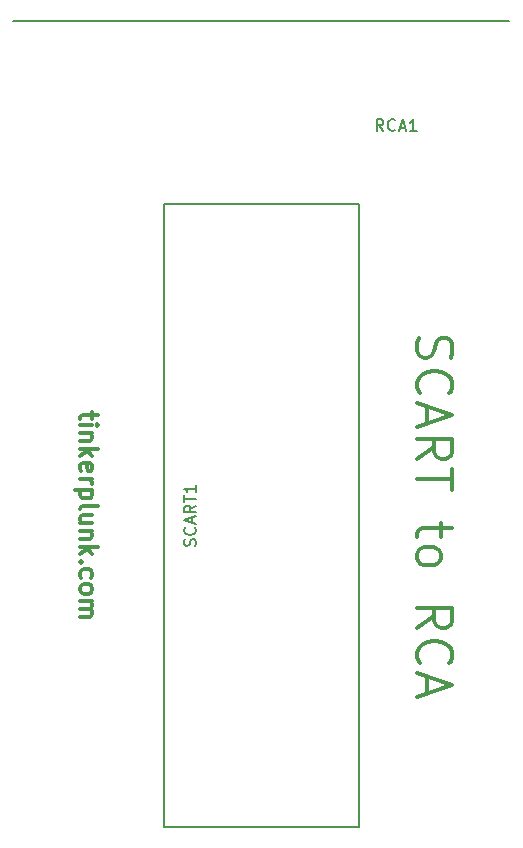
<source format=gto>
G04 #@! TF.FileFunction,Legend,Top*
%FSLAX46Y46*%
G04 Gerber Fmt 4.6, Leading zero omitted, Abs format (unit mm)*
G04 Created by KiCad (PCBNEW 4.0.7) date 06/07/18 20:36:00*
%MOMM*%
%LPD*%
G01*
G04 APERTURE LIST*
%ADD10C,0.100000*%
%ADD11C,0.300000*%
%ADD12C,0.150000*%
G04 APERTURE END LIST*
D10*
D11*
X136179679Y-99581000D02*
X136179679Y-100152429D01*
X136679679Y-99795286D02*
X135393964Y-99795286D01*
X135251107Y-99866714D01*
X135179679Y-100009572D01*
X135179679Y-100152429D01*
X135179679Y-100652429D02*
X136179679Y-100652429D01*
X136679679Y-100652429D02*
X136608250Y-100581000D01*
X136536821Y-100652429D01*
X136608250Y-100723857D01*
X136679679Y-100652429D01*
X136536821Y-100652429D01*
X136179679Y-101366715D02*
X135179679Y-101366715D01*
X136036821Y-101366715D02*
X136108250Y-101438143D01*
X136179679Y-101581001D01*
X136179679Y-101795286D01*
X136108250Y-101938143D01*
X135965393Y-102009572D01*
X135179679Y-102009572D01*
X135179679Y-102723858D02*
X136679679Y-102723858D01*
X135751107Y-102866715D02*
X135179679Y-103295286D01*
X136179679Y-103295286D02*
X135608250Y-102723858D01*
X135251107Y-104509572D02*
X135179679Y-104366715D01*
X135179679Y-104081001D01*
X135251107Y-103938144D01*
X135393964Y-103866715D01*
X135965393Y-103866715D01*
X136108250Y-103938144D01*
X136179679Y-104081001D01*
X136179679Y-104366715D01*
X136108250Y-104509572D01*
X135965393Y-104581001D01*
X135822536Y-104581001D01*
X135679679Y-103866715D01*
X135179679Y-105223858D02*
X136179679Y-105223858D01*
X135893964Y-105223858D02*
X136036821Y-105295286D01*
X136108250Y-105366715D01*
X136179679Y-105509572D01*
X136179679Y-105652429D01*
X136179679Y-106152429D02*
X134679679Y-106152429D01*
X136108250Y-106152429D02*
X136179679Y-106295286D01*
X136179679Y-106581000D01*
X136108250Y-106723857D01*
X136036821Y-106795286D01*
X135893964Y-106866715D01*
X135465393Y-106866715D01*
X135322536Y-106795286D01*
X135251107Y-106723857D01*
X135179679Y-106581000D01*
X135179679Y-106295286D01*
X135251107Y-106152429D01*
X135179679Y-107723858D02*
X135251107Y-107581000D01*
X135393964Y-107509572D01*
X136679679Y-107509572D01*
X136179679Y-108938143D02*
X135179679Y-108938143D01*
X136179679Y-108295286D02*
X135393964Y-108295286D01*
X135251107Y-108366714D01*
X135179679Y-108509572D01*
X135179679Y-108723857D01*
X135251107Y-108866714D01*
X135322536Y-108938143D01*
X136179679Y-109652429D02*
X135179679Y-109652429D01*
X136036821Y-109652429D02*
X136108250Y-109723857D01*
X136179679Y-109866715D01*
X136179679Y-110081000D01*
X136108250Y-110223857D01*
X135965393Y-110295286D01*
X135179679Y-110295286D01*
X135179679Y-111009572D02*
X136679679Y-111009572D01*
X135751107Y-111152429D02*
X135179679Y-111581000D01*
X136179679Y-111581000D02*
X135608250Y-111009572D01*
X135322536Y-112223858D02*
X135251107Y-112295286D01*
X135179679Y-112223858D01*
X135251107Y-112152429D01*
X135322536Y-112223858D01*
X135179679Y-112223858D01*
X135251107Y-113581001D02*
X135179679Y-113438144D01*
X135179679Y-113152430D01*
X135251107Y-113009572D01*
X135322536Y-112938144D01*
X135465393Y-112866715D01*
X135893964Y-112866715D01*
X136036821Y-112938144D01*
X136108250Y-113009572D01*
X136179679Y-113152430D01*
X136179679Y-113438144D01*
X136108250Y-113581001D01*
X135179679Y-114438144D02*
X135251107Y-114295286D01*
X135322536Y-114223858D01*
X135465393Y-114152429D01*
X135893964Y-114152429D01*
X136036821Y-114223858D01*
X136108250Y-114295286D01*
X136179679Y-114438144D01*
X136179679Y-114652429D01*
X136108250Y-114795286D01*
X136036821Y-114866715D01*
X135893964Y-114938144D01*
X135465393Y-114938144D01*
X135322536Y-114866715D01*
X135251107Y-114795286D01*
X135179679Y-114652429D01*
X135179679Y-114438144D01*
X135179679Y-115581001D02*
X136179679Y-115581001D01*
X136036821Y-115581001D02*
X136108250Y-115652429D01*
X136179679Y-115795287D01*
X136179679Y-116009572D01*
X136108250Y-116152429D01*
X135965393Y-116223858D01*
X135179679Y-116223858D01*
X135965393Y-116223858D02*
X136108250Y-116295287D01*
X136179679Y-116438144D01*
X136179679Y-116652429D01*
X136108250Y-116795287D01*
X135965393Y-116866715D01*
X135179679Y-116866715D01*
X163817464Y-93259572D02*
X163674607Y-93688143D01*
X163674607Y-94402429D01*
X163817464Y-94688143D01*
X163960321Y-94831000D01*
X164246036Y-94973857D01*
X164531750Y-94973857D01*
X164817464Y-94831000D01*
X164960321Y-94688143D01*
X165103179Y-94402429D01*
X165246036Y-93831000D01*
X165388893Y-93545286D01*
X165531750Y-93402429D01*
X165817464Y-93259572D01*
X166103179Y-93259572D01*
X166388893Y-93402429D01*
X166531750Y-93545286D01*
X166674607Y-93831000D01*
X166674607Y-94545286D01*
X166531750Y-94973857D01*
X163960321Y-97973857D02*
X163817464Y-97831000D01*
X163674607Y-97402429D01*
X163674607Y-97116715D01*
X163817464Y-96688143D01*
X164103179Y-96402429D01*
X164388893Y-96259572D01*
X164960321Y-96116715D01*
X165388893Y-96116715D01*
X165960321Y-96259572D01*
X166246036Y-96402429D01*
X166531750Y-96688143D01*
X166674607Y-97116715D01*
X166674607Y-97402429D01*
X166531750Y-97831000D01*
X166388893Y-97973857D01*
X164531750Y-99116715D02*
X164531750Y-100545286D01*
X163674607Y-98831000D02*
X166674607Y-99831000D01*
X163674607Y-100831000D01*
X163674607Y-103545286D02*
X165103179Y-102545286D01*
X163674607Y-101831001D02*
X166674607Y-101831001D01*
X166674607Y-102973858D01*
X166531750Y-103259572D01*
X166388893Y-103402429D01*
X166103179Y-103545286D01*
X165674607Y-103545286D01*
X165388893Y-103402429D01*
X165246036Y-103259572D01*
X165103179Y-102973858D01*
X165103179Y-101831001D01*
X166674607Y-104402429D02*
X166674607Y-106116715D01*
X163674607Y-105259572D02*
X166674607Y-105259572D01*
X165674607Y-108973857D02*
X165674607Y-110116714D01*
X166674607Y-109402429D02*
X164103179Y-109402429D01*
X163817464Y-109545286D01*
X163674607Y-109831000D01*
X163674607Y-110116714D01*
X163674607Y-111545286D02*
X163817464Y-111259572D01*
X163960321Y-111116715D01*
X164246036Y-110973858D01*
X165103179Y-110973858D01*
X165388893Y-111116715D01*
X165531750Y-111259572D01*
X165674607Y-111545286D01*
X165674607Y-111973858D01*
X165531750Y-112259572D01*
X165388893Y-112402429D01*
X165103179Y-112545286D01*
X164246036Y-112545286D01*
X163960321Y-112402429D01*
X163817464Y-112259572D01*
X163674607Y-111973858D01*
X163674607Y-111545286D01*
X163674607Y-117831000D02*
X165103179Y-116831000D01*
X163674607Y-116116715D02*
X166674607Y-116116715D01*
X166674607Y-117259572D01*
X166531750Y-117545286D01*
X166388893Y-117688143D01*
X166103179Y-117831000D01*
X165674607Y-117831000D01*
X165388893Y-117688143D01*
X165246036Y-117545286D01*
X165103179Y-117259572D01*
X165103179Y-116116715D01*
X163960321Y-120831000D02*
X163817464Y-120688143D01*
X163674607Y-120259572D01*
X163674607Y-119973858D01*
X163817464Y-119545286D01*
X164103179Y-119259572D01*
X164388893Y-119116715D01*
X164960321Y-118973858D01*
X165388893Y-118973858D01*
X165960321Y-119116715D01*
X166246036Y-119259572D01*
X166531750Y-119545286D01*
X166674607Y-119973858D01*
X166674607Y-120259572D01*
X166531750Y-120688143D01*
X166388893Y-120831000D01*
X164531750Y-121973858D02*
X164531750Y-123402429D01*
X163674607Y-121688143D02*
X166674607Y-122688143D01*
X163674607Y-123688143D01*
D12*
X171495000Y-66421000D02*
X129495000Y-66421000D01*
X142245000Y-134681000D02*
X142245000Y-81981000D01*
X142245000Y-81981000D02*
X158745000Y-81981000D01*
X158745000Y-81981000D02*
X158745000Y-134681000D01*
X158745000Y-134681000D02*
X142245000Y-134681000D01*
X160829762Y-75763381D02*
X160496428Y-75287190D01*
X160258333Y-75763381D02*
X160258333Y-74763381D01*
X160639286Y-74763381D01*
X160734524Y-74811000D01*
X160782143Y-74858619D01*
X160829762Y-74953857D01*
X160829762Y-75096714D01*
X160782143Y-75191952D01*
X160734524Y-75239571D01*
X160639286Y-75287190D01*
X160258333Y-75287190D01*
X161829762Y-75668143D02*
X161782143Y-75715762D01*
X161639286Y-75763381D01*
X161544048Y-75763381D01*
X161401190Y-75715762D01*
X161305952Y-75620524D01*
X161258333Y-75525286D01*
X161210714Y-75334810D01*
X161210714Y-75191952D01*
X161258333Y-75001476D01*
X161305952Y-74906238D01*
X161401190Y-74811000D01*
X161544048Y-74763381D01*
X161639286Y-74763381D01*
X161782143Y-74811000D01*
X161829762Y-74858619D01*
X162210714Y-75477667D02*
X162686905Y-75477667D01*
X162115476Y-75763381D02*
X162448809Y-74763381D01*
X162782143Y-75763381D01*
X163639286Y-75763381D02*
X163067857Y-75763381D01*
X163353571Y-75763381D02*
X163353571Y-74763381D01*
X163258333Y-74906238D01*
X163163095Y-75001476D01*
X163067857Y-75049095D01*
X144899762Y-110902429D02*
X144947381Y-110759572D01*
X144947381Y-110521476D01*
X144899762Y-110426238D01*
X144852143Y-110378619D01*
X144756905Y-110331000D01*
X144661667Y-110331000D01*
X144566429Y-110378619D01*
X144518810Y-110426238D01*
X144471190Y-110521476D01*
X144423571Y-110711953D01*
X144375952Y-110807191D01*
X144328333Y-110854810D01*
X144233095Y-110902429D01*
X144137857Y-110902429D01*
X144042619Y-110854810D01*
X143995000Y-110807191D01*
X143947381Y-110711953D01*
X143947381Y-110473857D01*
X143995000Y-110331000D01*
X144852143Y-109331000D02*
X144899762Y-109378619D01*
X144947381Y-109521476D01*
X144947381Y-109616714D01*
X144899762Y-109759572D01*
X144804524Y-109854810D01*
X144709286Y-109902429D01*
X144518810Y-109950048D01*
X144375952Y-109950048D01*
X144185476Y-109902429D01*
X144090238Y-109854810D01*
X143995000Y-109759572D01*
X143947381Y-109616714D01*
X143947381Y-109521476D01*
X143995000Y-109378619D01*
X144042619Y-109331000D01*
X144661667Y-108950048D02*
X144661667Y-108473857D01*
X144947381Y-109045286D02*
X143947381Y-108711953D01*
X144947381Y-108378619D01*
X144947381Y-107473857D02*
X144471190Y-107807191D01*
X144947381Y-108045286D02*
X143947381Y-108045286D01*
X143947381Y-107664333D01*
X143995000Y-107569095D01*
X144042619Y-107521476D01*
X144137857Y-107473857D01*
X144280714Y-107473857D01*
X144375952Y-107521476D01*
X144423571Y-107569095D01*
X144471190Y-107664333D01*
X144471190Y-108045286D01*
X143947381Y-107188143D02*
X143947381Y-106616714D01*
X144947381Y-106902429D02*
X143947381Y-106902429D01*
X144947381Y-105759571D02*
X144947381Y-106331000D01*
X144947381Y-106045286D02*
X143947381Y-106045286D01*
X144090238Y-106140524D01*
X144185476Y-106235762D01*
X144233095Y-106331000D01*
M02*

</source>
